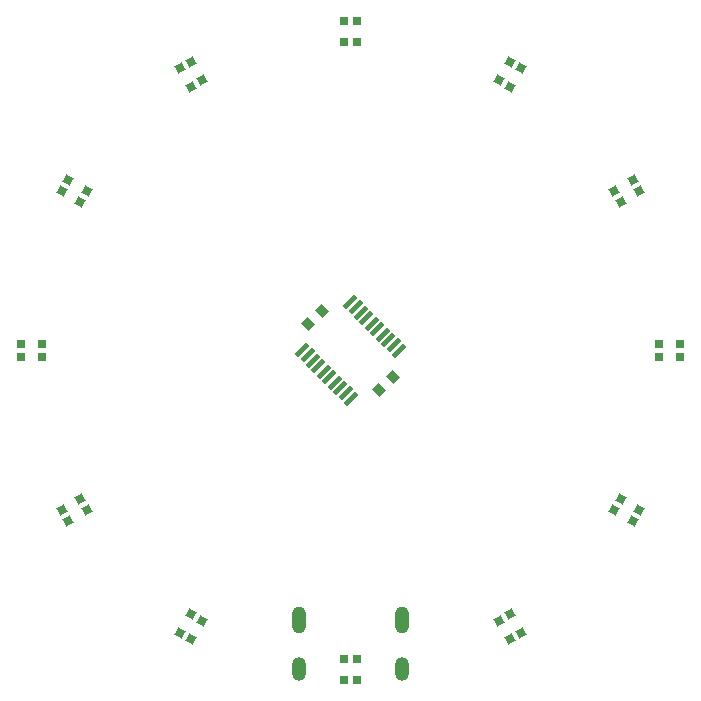
<source format=gts>
G04 #@! TF.GenerationSoftware,KiCad,Pcbnew,8.0.0*
G04 #@! TF.CreationDate,2024-12-09T22:18:02+01:00*
G04 #@! TF.ProjectId,xmasOrnament2024,786d6173-4f72-46e6-916d-656e74323032,rev?*
G04 #@! TF.SameCoordinates,Original*
G04 #@! TF.FileFunction,Soldermask,Top*
G04 #@! TF.FilePolarity,Negative*
%FSLAX46Y46*%
G04 Gerber Fmt 4.6, Leading zero omitted, Abs format (unit mm)*
G04 Created by KiCad (PCBNEW 8.0.0) date 2024-12-09 22:18:02*
%MOMM*%
%LPD*%
G01*
G04 APERTURE LIST*
G04 Aperture macros list*
%AMRotRect*
0 Rectangle, with rotation*
0 The origin of the aperture is its center*
0 $1 length*
0 $2 width*
0 $3 Rotation angle, in degrees counterclockwise*
0 Add horizontal line*
21,1,$1,$2,0,0,$3*%
G04 Aperture macros list end*
%ADD10R,0.700000X0.700000*%
%ADD11RotRect,0.700000X0.700000X30.000000*%
%ADD12RotRect,0.700000X0.700000X210.000000*%
%ADD13RotRect,1.350000X0.400000X45.000000*%
%ADD14RotRect,0.800000X0.950000X45.000000*%
%ADD15RotRect,0.700000X0.700000X330.000000*%
%ADD16RotRect,0.700000X0.700000X150.000000*%
%ADD17RotRect,0.700000X0.700000X240.000000*%
%ADD18RotRect,0.800000X0.950000X225.000000*%
%ADD19RotRect,0.700000X0.700000X300.000000*%
%ADD20RotRect,0.700000X0.700000X120.000000*%
%ADD21RotRect,0.700000X0.700000X60.000000*%
%ADD22C,0.100000*%
%ADD23O,1.200000X2.000000*%
%ADD24O,1.200000X2.300000*%
G04 APERTURE END LIST*
D10*
X143300000Y-123615000D03*
X144400000Y-123615000D03*
X144400000Y-121785000D03*
X143300000Y-121785000D03*
D11*
X119399901Y-109181186D03*
X119949901Y-110133814D03*
X121534727Y-109218814D03*
X120984727Y-108266186D03*
D12*
X168300099Y-82218814D03*
X167750099Y-81266186D03*
X166165273Y-82181186D03*
X166715273Y-83133814D03*
D13*
X139748781Y-95664645D03*
X140208400Y-96124264D03*
X140668019Y-96583883D03*
X141127639Y-97043503D03*
X141587258Y-97503122D03*
X142046878Y-97962742D03*
X142506497Y-98422361D03*
X142966117Y-98881981D03*
X143425736Y-99341600D03*
X143885355Y-99801219D03*
X147951219Y-95735355D03*
X147491600Y-95275736D03*
X147031981Y-94816117D03*
X146572361Y-94356497D03*
X146112742Y-93896878D03*
X145653122Y-93437258D03*
X145193503Y-92977639D03*
X144733883Y-92518019D03*
X144274264Y-92058400D03*
X143814645Y-91598781D03*
D14*
X146266637Y-99083363D03*
X147433363Y-97916637D03*
D15*
X119949901Y-81266186D03*
X119399901Y-82218814D03*
X120984727Y-83133814D03*
X121534727Y-82181186D03*
D10*
X115935000Y-95150000D03*
X115935000Y-96250000D03*
X117765000Y-96250000D03*
X117765000Y-95150000D03*
D16*
X167750099Y-110133814D03*
X168300099Y-109181186D03*
X166715273Y-108266186D03*
X166165273Y-109218814D03*
D17*
X158283814Y-71799901D03*
X157331186Y-71249901D03*
X156416186Y-72834727D03*
X157368814Y-73384727D03*
D18*
X141433363Y-92316637D03*
X140266637Y-93483363D03*
D19*
X130368814Y-71249901D03*
X129416186Y-71799901D03*
X130331186Y-73384727D03*
X131283814Y-72834727D03*
D20*
X157331186Y-120150099D03*
X158283814Y-119600099D03*
X157368814Y-118015273D03*
X156416186Y-118565273D03*
D21*
X129416186Y-119600099D03*
X130368814Y-120150099D03*
X131283814Y-118565273D03*
X130331186Y-118015273D03*
D10*
X144400000Y-67785000D03*
X143300000Y-67785000D03*
X143300000Y-69615000D03*
X144400000Y-69615000D03*
X171765000Y-96250000D03*
X171765000Y-95150000D03*
X169935000Y-95150000D03*
X169935000Y-96250000D03*
D22*
X146740000Y-118960000D03*
X140960000Y-118960000D03*
D23*
X148175000Y-122660000D03*
D24*
X148175000Y-118480000D03*
D23*
X139525000Y-122660000D03*
D24*
X139525000Y-118480000D03*
M02*

</source>
